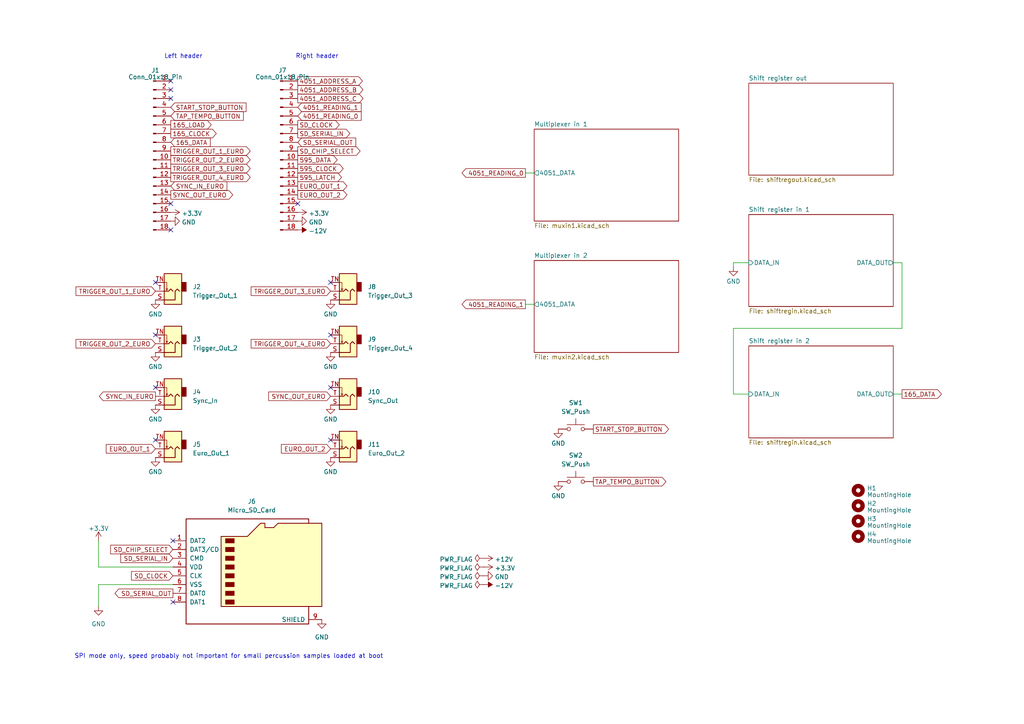
<source format=kicad_sch>
(kicad_sch (version 20230121) (generator eeschema)
  (paper "A4")
  (title_block (title "Drumkid") (rev "2.00"))
  (lib_symbols
    (symbol "Connector:Conn_01x18_Pin" (pin_names (offset 1.016) hide)
      (property "Reference" "J" (at 0 22.86 0))
      (property "Value" "Conn_01x18_Pin" (at 0 -25.4 0))
      (symbol "Conn_01x18_Pin_1_1"
        (polyline (pts (xy 1.27 -22.86) (xy 0.8636 -22.86)) (stroke (width 0.1524)))
        (polyline (pts (xy 1.27 -20.32) (xy 0.8636 -20.32)) (stroke (width 0.1524)))
        (polyline (pts (xy 1.27 -17.78) (xy 0.8636 -17.78)) (stroke (width 0.1524)))
        (polyline (pts (xy 1.27 -15.24) (xy 0.8636 -15.24)) (stroke (width 0.1524)))
        (polyline (pts (xy 1.27 -12.7) (xy 0.8636 -12.7)) (stroke (width 0.1524)))
        (polyline (pts (xy 1.27 -10.16) (xy 0.8636 -10.16)) (stroke (width 0.1524)))
        (polyline (pts (xy 1.27 -7.62) (xy 0.8636 -7.62)) (stroke (width 0.1524)))
        (polyline (pts (xy 1.27 -5.08) (xy 0.8636 -5.08)) (stroke (width 0.1524)))
        (polyline (pts (xy 1.27 -2.54) (xy 0.8636 -2.54)) (stroke (width 0.1524)))
        (polyline (pts (xy 1.27 0) (xy 0.8636 0)) (stroke (width 0.1524)))
        (polyline (pts (xy 1.27 2.54) (xy 0.8636 2.54)) (stroke (width 0.1524)))
        (polyline (pts (xy 1.27 5.08) (xy 0.8636 5.08)) (stroke (width 0.1524)))
        (polyline (pts (xy 1.27 7.62) (xy 0.8636 7.62)) (stroke (width 0.1524)))
        (polyline (pts (xy 1.27 10.16) (xy 0.8636 10.16)) (stroke (width 0.1524)))
        (polyline (pts (xy 1.27 12.7) (xy 0.8636 12.7)) (stroke (width 0.1524)))
        (polyline (pts (xy 1.27 15.24) (xy 0.8636 15.24)) (stroke (width 0.1524)))
        (polyline (pts (xy 1.27 17.78) (xy 0.8636 17.78)) (stroke (width 0.1524)))
        (polyline (pts (xy 1.27 20.32) (xy 0.8636 20.32)) (stroke (width 0.1524)))
        (rectangle (start 0.8636 -22.733) (end 0 -22.987) (stroke (width 0.1524)) (fill (type outline)))
        (rectangle (start 0.8636 -20.193) (end 0 -20.447) (stroke (width 0.1524)) (fill (type outline)))
        (rectangle (start 0.8636 -17.653) (end 0 -17.907) (stroke (width 0.1524)) (fill (type outline)))
        (rectangle (start 0.8636 -15.113) (end 0 -15.367) (stroke (width 0.1524)) (fill (type outline)))
        (rectangle (start 0.8636 -12.573) (end 0 -12.827) (stroke (width 0.1524)) (fill (type outline)))
        (rectangle (start 0.8636 -10.033) (end 0 -10.287) (stroke (width 0.1524)) (fill (type outline)))
        (rectangle (start 0.8636 -7.493) (end 0 -7.747) (stroke (width 0.1524)) (fill (type outline)))
        (rectangle (start 0.8636 -4.953) (end 0 -5.207) (stroke (width 0.1524)) (fill (type outline)))
        (rectangle (start 0.8636 -2.413) (end 0 -2.667) (stroke (width 0.1524)) (fill (type outline)))
        (rectangle (start 0.8636 0.127) (end 0 -0.127) (stroke (width 0.1524)) (fill (type outline)))
        (rectangle (start 0.8636 2.667) (end 0 2.413) (stroke (width 0.1524)) (fill (type outline)))
        (rectangle (start 0.8636 5.207) (end 0 4.953) (stroke (width 0.1524)) (fill (type outline)))
        (rectangle (start 0.8636 7.747) (end 0 7.493) (stroke (width 0.1524)) (fill (type outline)))
        (rectangle (start 0.8636 10.287) (end 0 10.033) (stroke (width 0.1524)) (fill (type outline)))
        (rectangle (start 0.8636 12.827) (end 0 12.573) (stroke (width 0.1524)) (fill (type outline)))
        (rectangle (start 0.8636 15.367) (end 0 15.113) (stroke (width 0.1524)) (fill (type outline)))
        (rectangle (start 0.8636 17.907) (end 0 17.653) (stroke (width 0.1524)) (fill (type outline)))
        (rectangle (start 0.8636 20.447) (end 0 20.193) (stroke (width 0.1524)) (fill (type outline)))
        (pin passive line (at 5.08 20.32 180) (length 3.81) (name "Pin_1") (number "1"))
        (pin passive line (at 5.08 -2.54 180) (length 3.81) (name "Pin_10") (number "10"))
        (pin passive line (at 5.08 -5.08 180) (length 3.81) (name "Pin_11") (number "11"))
        (pin passive line (at 5.08 -7.62 180) (length 3.81) (name "Pin_12") (number "12"))
        (pin passive line (at 5.08 -10.16 180) (length 3.81) (name "Pin_13") (number "13"))
        (pin passive line (at 5.08 -12.7 180) (length 3.81) (name "Pin_14") (number "14"))
        (pin passive line (at 5.08 -15.24 180) (length 3.81) (name "Pin_15") (number "15"))
        (pin passive line (at 5.08 -17.78 180) (length 3.81) (name "Pin_16") (number "16"))
        (pin passive line (at 5.08 -20.32 180) (length 3.81) (name "Pin_17") (number "17"))
        (pin passive line (at 5.08 -22.86 180) (length 3.81) (name "Pin_18") (number "18"))
        (pin passive line (at 5.08 17.78 180) (length 3.81) (name "Pin_2") (number "2"))
        (pin passive line (at 5.08 15.24 180) (length 3.81) (name "Pin_3") (number "3"))
        (pin passive line (at 5.08 12.7 180) (length 3.81) (name "Pin_4") (number "4"))
        (pin passive line (at 5.08 10.16 180) (length 3.81) (name "Pin_5") (number "5"))
        (pin passive line (at 5.08 7.62 180) (length 3.81) (name "Pin_6") (number "6"))
        (pin passive line (at 5.08 5.08 180) (length 3.81) (name "Pin_7") (number "7"))
        (pin passive line (at 5.08 2.54 180) (length 3.81) (name "Pin_8") (number "8"))
        (pin passive line (at 5.08 0 180) (length 3.81) (name "Pin_9") (number "9"))
      )
    )
    (symbol "Connector:Micro_SD_Card" (pin_names (offset 1.016))
      (property "Reference" "J" (at -16.51 15.24 0))
      (property "Value" "Micro_SD_Card" (at 16.51 15.24 0))
      (symbol "Micro_SD_Card_0_1"
        (rectangle (start -7.62 -9.525) (end -5.08 -10.795) (fill (type outline)))
        (rectangle (start -7.62 -6.985) (end -5.08 -8.255) (fill (type outline)))
        (rectangle (start -7.62 -4.445) (end -5.08 -5.715) (fill (type outline)))
        (rectangle (start -7.62 -1.905) (end -5.08 -3.175) (fill (type outline)))
        (rectangle (start -7.62 0.635) (end -5.08 -0.635) (fill (type outline)))
        (rectangle (start -7.62 3.175) (end -5.08 1.905) (fill (type outline)))
        (rectangle (start -7.62 5.715) (end -5.08 4.445) (fill (type outline)))
        (rectangle (start -7.62 8.255) (end -5.08 6.985) (fill (type outline)))
        (polyline (pts (xy 16.51 12.7) (xy 16.51 13.97) (xy -19.05 13.97) (xy -19.05 -16.51) (xy 16.51 -16.51) (xy 16.51 -11.43)) (stroke (width 0.254)))
        (polyline (pts (xy -8.89 -11.43) (xy -8.89 8.89) (xy -1.27 8.89) (xy 2.54 12.7) (xy 3.81 12.7) (xy 3.81 11.43) (xy 6.35 11.43) (xy 7.62 12.7) (xy 20.32 12.7) (xy 20.32 -11.43) (xy -8.89 -11.43)) (stroke (width 0.254)) (fill (type background)))
      )
      (symbol "Micro_SD_Card_1_1"
        (pin bidirectional line (at -22.86 7.62 0) (length 3.81) (name "DAT2") (number "1"))
        (pin bidirectional line (at -22.86 5.08 0) (length 3.81) (name "DAT3/CD") (number "2"))
        (pin input line (at -22.86 2.54 0) (length 3.81) (name "CMD") (number "3"))
        (pin power_in line (at -22.86 0 0) (length 3.81) (name "VDD") (number "4"))
        (pin input line (at -22.86 -2.54 0) (length 3.81) (name "CLK") (number "5"))
        (pin power_in line (at -22.86 -5.08 0) (length 3.81) (name "VSS") (number "6"))
        (pin bidirectional line (at -22.86 -7.62 0) (length 3.81) (name "DAT0") (number "7"))
        (pin bidirectional line (at -22.86 -10.16 0) (length 3.81) (name "DAT1") (number "8"))
        (pin passive line (at 20.32 -15.24 180) (length 3.81) (name "SHIELD") (number "9"))
      )
    )
    (symbol "Connector_Audio:AudioJack2_SwitchT"
      (property "Reference" "J" (at 0 8.89 0))
      (property "Value" "AudioJack2_SwitchT" (at 0 6.35 0))
      (symbol "AudioJack2_SwitchT_0_1"
        (rectangle (start -2.54 0) (end -3.81 -2.54) (stroke (width 0.254)) (fill (type outline)))
        (polyline (pts (xy 1.778 -0.254) (xy 2.032 -0.762)))
        (polyline (pts (xy 0 0) (xy 0.635 -0.635) (xy 1.27 0) (xy 2.54 0)) (stroke (width 0.254)))
        (polyline (pts (xy 2.54 -2.54) (xy 1.778 -2.54) (xy 1.778 -0.254) (xy 1.524 -0.762)))
        (polyline (pts (xy 2.54 2.54) (xy -0.635 2.54) (xy -0.635 0) (xy -1.27 -0.635) (xy -1.905 0)) (stroke (width 0.254)))
        (rectangle (start 2.54 3.81) (end -2.54 -5.08) (stroke (width 0.254)) (fill (type background)))
      )
      (symbol "AudioJack2_SwitchT_1_1"
        (pin passive line (at 5.08 2.54 180) (length 2.54) (name "~") (number "S"))
        (pin passive line (at 5.08 0 180) (length 2.54) (name "~") (number "T"))
        (pin passive line (at 5.08 -2.54 180) (length 2.54) (name "~") (number "TN"))
      )
    )
    (symbol "Mechanical:MountingHole" (pin_names (offset 1.016))
      (property "Reference" "H" (at 0 5.08 0))
      (property "Value" "MountingHole" (at 0 3.175 0))
      (symbol "MountingHole_0_1"
        (circle (center 0 0) (radius 1.27) (stroke (width 1.27)))
      )
    )
    (symbol "Switch:SW_Push" (pin_numbers hide) (pin_names (offset 1.016) hide)
      (property "Reference" "SW" (at 1.27 2.54 0))
      (property "Value" "SW_Push" (at 0 -1.524 0))
      (symbol "SW_Push_0_1"
        (circle (center -2.032 0) (radius 0.508))
        (polyline (pts (xy 0 1.27) (xy 0 3.048)))
        (polyline (pts (xy 2.54 1.27) (xy -2.54 1.27)))
        (circle (center 2.032 0) (radius 0.508))
        (pin passive line (at -5.08 0 0) (length 2.54) (name "1") (number "1"))
        (pin passive line (at 5.08 0 180) (length 2.54) (name "2") (number "2"))
      )
    )
    (symbol "power:+12V" (power) (pin_names (offset 0))
      (property "Value" "+12V" (at 0 3.556 0))
      (symbol "+12V_0_1"
        (polyline (pts (xy -0.762 1.27) (xy 0 2.54)))
        (polyline (pts (xy 0 0) (xy 0 2.54)))
        (polyline (pts (xy 0 2.54) (xy 0.762 1.27)))
      )
      (symbol "+12V_1_1"
        (pin power_in line (at 0 0 90) (length 0) hide (name "+12V") (number "1"))
      )
    )
    (symbol "power:+3.3V" (power) (pin_names (offset 0))
      (property "Value" "+3.3V" (at 0 3.556 0))
      (symbol "+3.3V_0_1"
        (polyline (pts (xy -0.762 1.27) (xy 0 2.54)))
        (polyline (pts (xy 0 0) (xy 0 2.54)))
        (polyline (pts (xy 0 2.54) (xy 0.762 1.27)))
      )
      (symbol "+3.3V_1_1"
        (pin power_in line (at 0 0 90) (length 0) hide (name "+3.3V") (number "1"))
      )
    )
    (symbol "power:-12V" (power) (pin_names (offset 0))
      (property "Value" "-12V" (at 0 3.81 0))
      (symbol "-12V_0_0"
        (pin power_in line (at 0 0 90) (length 0) hide (name "-12V") (number "1"))
      )
      (symbol "-12V_0_1"
        (polyline (pts (xy 0 0) (xy 0 1.27) (xy 0.762 1.27) (xy 0 2.54) (xy -0.762 1.27) (xy 0 1.27)) (fill (type outline)))
      )
    )
    (symbol "power:GND" (power) (pin_names (offset 0))
      (property "Value" "GND" (at 0 -3.81 0))
      (symbol "GND_0_1"
        (polyline (pts (xy 0 0) (xy 0 -1.27) (xy 1.27 -1.27) (xy 0 -2.54) (xy -1.27 -1.27) (xy 0 -1.27)))
      )
      (symbol "GND_1_1"
        (pin power_in line (at 0 0 270) (length 0) hide (name "GND") (number "1"))
      )
    )
    (symbol "power:PWR_FLAG" (power) (pin_numbers hide) (pin_names (offset 0) hide)
      (property "Value" "PWR_FLAG" (at 0 3.81 0))
      (symbol "PWR_FLAG_0_0"
        (pin power_out line (at 0 0 90) (length 0) (name "pwr") (number "1"))
      )
      (symbol "PWR_FLAG_0_1"
        (polyline (pts (xy 0 0) (xy 0 1.27) (xy -1.016 1.905) (xy 0 2.54) (xy 1.016 1.905) (xy 0 1.27)))
      )
    )
  )
  (no_connect (at 49.53 28.575))
  (no_connect (at 49.53 66.675))
  (no_connect (at 86.36 59.055))
  (no_connect (at 49.53 59.055))
  (no_connect (at 95.885 81.915))
  (no_connect (at 45.085 127.635))
  (no_connect (at 95.885 97.155))
  (no_connect (at 95.885 127.635))
  (no_connect (at 50.165 174.625))
  (no_connect (at 50.165 156.845))
  (no_connect (at 45.085 81.915))
  (no_connect (at 95.885 112.395))
  (no_connect (at 45.085 97.155))
  (no_connect (at 45.085 112.395))
  (no_connect (at 49.53 23.495))
  (no_connect (at 49.53 26.035))
  (wire (pts (xy 152.4 88.265) (xy 154.94 88.265)))
  (wire (pts (xy 261.62 76.2) (xy 261.62 95.25)))
  (wire (pts (xy 212.725 114.3) (xy 217.17 114.3)))
  (wire (pts (xy 50.165 169.545) (xy 28.575 169.545)))
  (wire (pts (xy 28.575 164.465) (xy 50.165 164.465)))
  (wire (pts (xy 212.725 77.47) (xy 212.725 76.2)))
  (wire (pts (xy 28.575 169.545) (xy 28.575 175.895)))
  (wire (pts (xy 259.08 76.2) (xy 261.62 76.2)))
  (wire (pts (xy 261.62 95.25) (xy 212.725 95.25)))
  (wire (pts (xy 212.725 95.25) (xy 212.725 114.3)))
  (wire (pts (xy 28.575 156.845) (xy 28.575 164.465)))
  (wire (pts (xy 152.4 50.165) (xy 154.94 50.165)))
  (wire (pts (xy 212.725 76.2) (xy 217.17 76.2)))
  (wire (pts (xy 259.08 114.3) (xy 261.62 114.3)))
  (text "Right header" (at 85.725 17.145 0) (effects (font (size 1.27 1.27)) (justify left bottom)))
  (text "Left header" (at 47.625 17.145 0) (effects (font (size 1.27 1.27)) (justify left bottom)))
  (text "SPI mode only, speed probably not important for small percussion samples loaded at boot" (at 21.59 191.135 0) (effects (font (size 1.27 1.27)) (justify left bottom)))
  (global_label "4051_ADDRESS_C" (shape output) (at 86.36 28.575 0) (property "Intersheetrefs" "${INTERSHEET_REFS}" (effects hide)))
  (global_label "165_DATA" (shape output) (at 261.62 114.3 0) (property "Intersheetrefs" "${INTERSHEET_REFS}" (effects hide)))
  (global_label "SD_CHIP_SELECT" (shape input) (at 50.165 159.385 180) (property "Intersheetrefs" "${INTERSHEET_REFS}" (effects hide)))
  (global_label "EURO_OUT_1" (shape input) (at 45.085 130.175 180) (property "Intersheetrefs" "${INTERSHEET_REFS}" (effects hide)))
  (global_label "TRIGGER_OUT_3_EURO" (shape output) (at 49.53 48.895 0) (property "Intersheetrefs" "${INTERSHEET_REFS}" (effects hide)))
  (global_label "4051_ADDRESS_A" (shape output) (at 86.36 23.495 0) (property "Intersheetrefs" "${INTERSHEET_REFS}" (effects hide)))
  (global_label "EURO_OUT_2" (shape input) (at 95.885 130.175 180) (property "Intersheetrefs" "${INTERSHEET_REFS}" (effects hide)))
  (global_label "SD_SERIAL_IN" (shape input) (at 50.165 161.925 180) (property "Intersheetrefs" "${INTERSHEET_REFS}" (effects hide)))
  (global_label "TRIGGER_OUT_2_EURO" (shape input) (at 45.085 99.695 180) (property "Intersheetrefs" "${INTERSHEET_REFS}" (effects hide)))
  (global_label "165_LOAD" (shape output) (at 49.53 36.195 0) (property "Intersheetrefs" "${INTERSHEET_REFS}" (effects hide)))
  (global_label "4051_READING_1" (shape input) (at 86.36 31.115 0) (property "Intersheetrefs" "${INTERSHEET_REFS}" (effects hide)))
  (global_label "SD_SERIAL_IN" (shape output) (at 86.36 38.735 0) (property "Intersheetrefs" "${INTERSHEET_REFS}" (effects hide)))
  (global_label "165_DATA" (shape input) (at 49.53 41.275 0) (property "Intersheetrefs" "${INTERSHEET_REFS}" (effects hide)))
  (global_label "TRIGGER_OUT_1_EURO" (shape output) (at 49.53 43.815 0) (property "Intersheetrefs" "${INTERSHEET_REFS}" (effects hide)))
  (global_label "START_STOP_BUTTON" (shape output) (at 172.085 124.46 0) (property "Intersheetrefs" "${INTERSHEET_REFS}" (effects hide)))
  (global_label "SYNC_OUT_EURO" (shape output) (at 49.53 56.515 0) (property "Intersheetrefs" "${INTERSHEET_REFS}" (effects hide)))
  (global_label "595_LATCH" (shape output) (at 86.36 51.435 0) (property "Intersheetrefs" "${INTERSHEET_REFS}" (effects hide)))
  (global_label "TRIGGER_OUT_2_EURO" (shape output) (at 49.53 46.355 0) (property "Intersheetrefs" "${INTERSHEET_REFS}" (effects hide)))
  (global_label "TRIGGER_OUT_4_EURO" (shape input) (at 95.885 99.695 180) (property "Intersheetrefs" "${INTERSHEET_REFS}" (effects hide)))
  (global_label "SYNC_IN_EURO" (shape output) (at 45.085 114.935 180) (property "Intersheetrefs" "${INTERSHEET_REFS}" (effects hide)))
  (global_label "4051_READING_0" (shape input) (at 86.36 33.655 0) (property "Intersheetrefs" "${INTERSHEET_REFS}" (effects hide)))
  (global_label "SD_SERIAL_OUT" (shape output) (at 50.165 172.085 180) (property "Intersheetrefs" "${INTERSHEET_REFS}" (effects hide)))
  (global_label "TRIGGER_OUT_4_EURO" (shape output) (at 49.53 51.435 0) (property "Intersheetrefs" "${INTERSHEET_REFS}" (effects hide)))
  (global_label "SYNC_OUT_EURO" (shape input) (at 95.885 114.935 180) (property "Intersheetrefs" "${INTERSHEET_REFS}" (effects hide)))
  (global_label "START_STOP_BUTTON" (shape input) (at 49.53 31.115 0) (property "Intersheetrefs" "${INTERSHEET_REFS}" (effects hide)))
  (global_label "TRIGGER_OUT_1_EURO" (shape input) (at 45.085 84.455 180) (property "Intersheetrefs" "${INTERSHEET_REFS}" (effects hide)))
  (global_label "EURO_OUT_2" (shape output) (at 86.36 56.515 0) (property "Intersheetrefs" "${INTERSHEET_REFS}" (effects hide)))
  (global_label "TAP_TEMPO_BUTTON" (shape input) (at 49.53 33.655 0) (property "Intersheetrefs" "${INTERSHEET_REFS}" (effects hide)))
  (global_label "595_DATA" (shape output) (at 86.36 46.355 0) (property "Intersheetrefs" "${INTERSHEET_REFS}" (effects hide)))
  (global_label "SD_CHIP_SELECT" (shape output) (at 86.36 43.815 0) (property "Intersheetrefs" "${INTERSHEET_REFS}" (effects hide)))
  (global_label "TRIGGER_OUT_3_EURO" (shape input) (at 95.885 84.455 180) (property "Intersheetrefs" "${INTERSHEET_REFS}" (effects hide)))
  (global_label "SD_SERIAL_OUT" (shape input) (at 86.36 41.275 0) (property "Intersheetrefs" "${INTERSHEET_REFS}" (effects hide)))
  (global_label "165_CLOCK" (shape output) (at 49.53 38.735 0) (property "Intersheetrefs" "${INTERSHEET_REFS}" (effects hide)))
  (global_label "4051_READING_1" (shape output) (at 152.4 88.265 180) (property "Intersheetrefs" "${INTERSHEET_REFS}" (effects hide)))
  (global_label "TAP_TEMPO_BUTTON" (shape output) (at 172.085 139.7 0) (property "Intersheetrefs" "${INTERSHEET_REFS}" (effects hide)))
  (global_label "SYNC_IN_EURO" (shape input) (at 49.53 53.975 0) (property "Intersheetrefs" "${INTERSHEET_REFS}" (effects hide)))
  (global_label "595_CLOCK" (shape output) (at 86.36 48.895 0) (property "Intersheetrefs" "${INTERSHEET_REFS}" (effects hide)))
  (global_label "4051_READING_0" (shape output) (at 152.4 50.165 180) (property "Intersheetrefs" "${INTERSHEET_REFS}" (effects hide)))
  (global_label "SD_CLOCK" (shape output) (at 86.36 36.195 0) (property "Intersheetrefs" "${INTERSHEET_REFS}" (effects hide)))
  (global_label "SD_CLOCK" (shape input) (at 50.165 167.005 180) (property "Intersheetrefs" "${INTERSHEET_REFS}" (effects hide)))
  (global_label "4051_ADDRESS_B" (shape output) (at 86.36 26.035 0) (property "Intersheetrefs" "${INTERSHEET_REFS}" (effects hide)))
  (global_label "EURO_OUT_1" (shape output) (at 86.36 53.975 0) (property "Intersheetrefs" "${INTERSHEET_REFS}" (effects hide)))
  (symbol (lib_id "power:GND") (at 45.085 102.235 0) (unit 1)
    (property "Reference" "#PWR04" (effects hide))
    (property "Value" "GND" (at 45.085 106.3705 0))
  )
  (symbol (lib_id "Connector_Audio:AudioJack2_SwitchT") (at 50.165 114.935 180) (unit 1)
    (property "Reference" "J4" (at 55.88 113.665 0) (effects (justify right)))
    (property "Value" "Sync_In" (at 55.88 116.205 0) (effects (justify right)))
    (property "Footprint" "AudioJacks:Jack_3.5mm_QingPu_WQP-PJ398SM_Vertical" (effects hide))
  )
  (symbol (lib_id "power:GND") (at 95.885 132.715 0) (unit 1)
    (property "Reference" "#PWR019" (effects hide))
    (property "Value" "GND" (at 95.885 136.8505 0))
  )
  (symbol (lib_id "Connector_Audio:AudioJack2_SwitchT") (at 50.165 130.175 180) (unit 1)
    (property "Reference" "J5" (at 55.88 128.905 0) (effects (justify right)))
    (property "Value" "Euro_Out_1" (at 55.88 131.445 0) (effects (justify right)))
    (property "Footprint" "AudioJacks:Jack_3.5mm_QingPu_WQP-PJ398SM_Vertical" (effects hide))
  )
  (symbol (lib_id "power:PWR_FLAG") (at 140.335 161.925 90) (unit 1)
    (property "Reference" "#FLG01" (effects hide))
    (property "Value" "PWR_FLAG" (at 137.1601 162.2418 90) (effects (justify left)))
  )
  (symbol (lib_id "power:GND") (at 140.335 167.005 90) (unit 1)
    (property "Reference" "#PWR058" (effects hide))
    (property "Value" "GND" (at 143.51 167.3218 90) (effects (justify right)))
  )
  (symbol (lib_id "power:GND") (at 161.925 139.7 0) (unit 1)
    (property "Reference" "#PWR021" (effects hide))
    (property "Value" "GND" (at 161.925 143.8355 0))
  )
  (symbol (lib_id "power:GND") (at 28.575 175.895 0) (unit 1)
    (property "Reference" "#PWR02" (effects hide))
    (property "Value" "GND" (at 28.575 180.975 0))
  )
  (symbol (lib_id "Connector_Audio:AudioJack2_SwitchT") (at 100.965 99.695 180) (unit 1)
    (property "Reference" "J9" (at 106.68 98.425 0) (effects (justify right)))
    (property "Value" "Trigger_Out_4" (at 106.68 100.965 0) (effects (justify right)))
    (property "Footprint" "AudioJacks:Jack_3.5mm_QingPu_WQP-PJ398SM_Vertical" (effects hide))
  )
  (symbol (lib_id "power:-12V") (at 86.36 66.675 270) (unit 1)
    (property "Reference" "#PWR014" (effects hide))
    (property "Value" "-12V" (at 89.535 66.9918 90) (effects (justify left)))
  )
  (symbol (lib_id "Connector_Audio:AudioJack2_SwitchT") (at 100.965 114.935 180) (unit 1)
    (property "Reference" "J10" (at 106.68 113.665 0) (effects (justify right)))
    (property "Value" "Sync_Out" (at 106.68 116.205 0) (effects (justify right)))
    (property "Footprint" "AudioJacks:Jack_3.5mm_QingPu_WQP-PJ398SM_Vertical" (effects hide))
  )
  (symbol (lib_id "power:GND") (at 212.725 77.47 0) (unit 1)
    (property "Reference" "#PWR022" (effects hide))
    (property "Value" "GND" (at 212.725 81.6055 0))
  )
  (symbol (lib_id "Connector_Audio:AudioJack2_SwitchT") (at 100.965 84.455 180) (unit 1)
    (property "Reference" "J8" (at 106.68 83.185 0) (effects (justify right)))
    (property "Value" "Trigger_Out_3" (at 106.68 85.725 0) (effects (justify right)))
    (property "Footprint" "AudioJacks:Jack_3.5mm_QingPu_WQP-PJ398SM_Vertical" (effects hide))
  )
  (symbol (lib_id "Switch:SW_Push") (at 167.005 124.46 0) (unit 1)
    (property "Reference" "SW1" (at 167.005 116.84 0))
    (property "Value" "SW_Push" (at 167.005 119.38 0))
    (property "Footprint" "Button_Switch_THT:SW_PUSH-12mm" (effects hide))
  )
  (symbol (lib_id "Mechanical:MountingHole") (at 248.92 151.13 0) (unit 1)
    (property "Reference" "H3" (at 251.46 150.4863 0) (effects (justify left)))
    (property "Value" "MountingHole" (at 251.46 152.4073 0) (effects (justify left)))
    (property "Footprint" "MountingHole:MountingHole_3.2mm_M3" (effects hide))
  )
  (symbol (lib_id "power:GND") (at 161.925 124.46 0) (unit 1)
    (property "Reference" "#PWR020" (effects hide))
    (property "Value" "GND" (at 161.925 128.5955 0))
  )
  (symbol (lib_id "power:+3.3V") (at 140.335 164.465 270) (unit 1)
    (property "Reference" "#PWR057" (effects hide))
    (property "Value" "+3.3V" (at 143.51 164.7818 90) (effects (justify left)))
  )
  (symbol (lib_id "power:+3.3V") (at 49.53 61.595 270) (unit 1)
    (property "Reference" "#PWR08" (effects hide))
    (property "Value" "+3.3V" (at 52.705 61.9118 90) (effects (justify left)))
  )
  (symbol (lib_id "power:GND") (at 45.085 132.715 0) (unit 1)
    (property "Reference" "#PWR06" (effects hide))
    (property "Value" "GND" (at 45.085 136.8505 0))
  )
  (symbol (lib_id "power:+3.3V") (at 28.575 156.845 0) (unit 1)
    (property "Reference" "#PWR01" (effects hide))
    (property "Value" "+3.3V" (at 28.575 153.289 0))
  )
  (symbol (lib_id "power:+3.3V") (at 86.36 61.595 270) (unit 1)
    (property "Reference" "#PWR012" (effects hide))
    (property "Value" "+3.3V" (at 89.535 61.9118 90) (effects (justify left)))
  )
  (symbol (lib_id "Switch:SW_Push") (at 167.005 139.7 0) (unit 1)
    (property "Reference" "SW2" (at 167.005 132.08 0))
    (property "Value" "SW_Push" (at 167.005 134.62 0))
    (property "Footprint" "Button_Switch_THT:SW_PUSH-12mm" (effects hide))
  )
  (symbol (lib_id "Connector:Conn_01x18_Pin") (at 44.45 43.815 0) (unit 1)
    (property "Reference" "J1" (at 45.085 20.4089 0))
    (property "Value" "Conn_01x18_Pin" (at 45.085 22.3299 0))
    (property "Footprint" "Connector_PinHeader_2.54mm:PinHeader_1x18_P2.54mm_Vertical" (effects hide))
  )
  (symbol (lib_id "power:GND") (at 95.885 102.235 0) (unit 1)
    (property "Reference" "#PWR017" (effects hide))
    (property "Value" "GND" (at 95.885 106.3705 0))
  )
  (symbol (lib_id "power:+12V") (at 140.335 161.925 270) (unit 1)
    (property "Reference" "#PWR056" (effects hide))
    (property "Value" "+12V" (at 143.51 162.2418 90) (effects (justify left)))
  )
  (symbol (lib_id "Mechanical:MountingHole") (at 248.92 155.575 0) (unit 1)
    (property "Reference" "H4" (at 251.46 154.9313 0) (effects (justify left)))
    (property "Value" "MountingHole" (at 251.46 156.8523 0) (effects (justify left)))
    (property "Footprint" "MountingHole:MountingHole_3.2mm_M3" (effects hide))
  )
  (symbol (lib_id "power:GND") (at 86.36 64.135 90) (unit 1)
    (property "Reference" "#PWR013" (effects hide))
    (property "Value" "GND" (at 89.535 64.4518 90) (effects (justify right)))
  )
  (symbol (lib_id "power:GND") (at 45.085 117.475 0) (unit 1)
    (property "Reference" "#PWR05" (effects hide))
    (property "Value" "GND" (at 45.085 121.6105 0))
  )
  (symbol (lib_id "Mechanical:MountingHole") (at 248.92 142.24 0) (unit 1)
    (property "Reference" "H1" (at 251.46 141.5963 0) (effects (justify left)))
    (property "Value" "MountingHole" (at 251.46 143.5173 0) (effects (justify left)))
    (property "Footprint" "MountingHole:MountingHole_3.2mm_M3" (effects hide))
  )
  (symbol (lib_id "power:PWR_FLAG") (at 140.335 169.545 90) (unit 1)
    (property "Reference" "#FLG04" (effects hide))
    (property "Value" "PWR_FLAG" (at 137.1601 169.8618 90) (effects (justify left)))
  )
  (symbol (lib_id "power:-12V") (at 140.335 169.545 270) (unit 1)
    (property "Reference" "#PWR059" (effects hide))
    (property "Value" "-12V" (at 143.51 169.8618 90) (effects (justify left)))
  )
  (symbol (lib_id "Connector_Audio:AudioJack2_SwitchT") (at 100.965 130.175 180) (unit 1)
    (property "Reference" "J11" (at 106.68 128.905 0) (effects (justify right)))
    (property "Value" "Euro_Out_2" (at 106.68 131.445 0) (effects (justify right)))
    (property "Footprint" "AudioJacks:Jack_3.5mm_QingPu_WQP-PJ398SM_Vertical" (effects hide))
  )
  (symbol (lib_id "Mechanical:MountingHole") (at 248.92 146.685 0) (unit 1)
    (property "Reference" "H2" (at 251.46 146.0413 0) (effects (justify left)))
    (property "Value" "MountingHole" (at 251.46 147.9623 0) (effects (justify left)))
    (property "Footprint" "MountingHole:MountingHole_3.2mm_M3" (effects hide))
  )
  (symbol (lib_id "power:GND") (at 45.085 86.995 0) (unit 1)
    (property "Reference" "#PWR03" (effects hide))
    (property "Value" "GND" (at 45.085 91.1305 0))
  )
  (symbol (lib_id "power:PWR_FLAG") (at 140.335 167.005 90) (unit 1)
    (property "Reference" "#FLG03" (effects hide))
    (property "Value" "PWR_FLAG" (at 137.1601 167.3218 90) (effects (justify left)))
  )
  (symbol (lib_id "power:GND") (at 49.53 64.135 90) (unit 1)
    (property "Reference" "#PWR09" (effects hide))
    (property "Value" "GND" (at 52.705 64.4518 90) (effects (justify right)))
  )
  (symbol (lib_id "Connector_Audio:AudioJack2_SwitchT") (at 50.165 84.455 180) (unit 1)
    (property "Reference" "J2" (at 55.88 83.185 0) (effects (justify right)))
    (property "Value" "Trigger_Out_1" (at 55.88 85.725 0) (effects (justify right)))
    (property "Footprint" "AudioJacks:Jack_3.5mm_QingPu_WQP-PJ398SM_Vertical" (effects hide))
  )
  (symbol (lib_id "Connector_Audio:AudioJack2_SwitchT") (at 50.165 99.695 180) (unit 1)
    (property "Reference" "J3" (at 55.88 98.425 0) (effects (justify right)))
    (property "Value" "Trigger_Out_2" (at 55.88 100.965 0) (effects (justify right)))
    (property "Footprint" "AudioJacks:Jack_3.5mm_QingPu_WQP-PJ398SM_Vertical" (effects hide))
  )
  (symbol (lib_id "power:GND") (at 93.345 179.705 0) (unit 1)
    (property "Reference" "#PWR015" (effects hide))
    (property "Value" "GND" (at 93.345 184.785 0))
  )
  (symbol (lib_id "power:PWR_FLAG") (at 140.335 164.465 90) (unit 1)
    (property "Reference" "#FLG02" (effects hide))
    (property "Value" "PWR_FLAG" (at 137.1601 164.7818 90) (effects (justify left)))
  )
  (symbol (lib_id "power:GND") (at 95.885 86.995 0) (unit 1)
    (property "Reference" "#PWR016" (effects hide))
    (property "Value" "GND" (at 95.885 91.1305 0))
  )
  (symbol (lib_id "Connector:Conn_01x18_Pin") (at 81.28 43.815 0) (unit 1)
    (property "Reference" "J7" (at 81.915 20.4089 0))
    (property "Value" "Conn_01x18_Pin" (at 81.915 22.3299 0))
    (property "Footprint" "Connector_PinHeader_2.54mm:PinHeader_1x18_P2.54mm_Vertical" (effects hide))
  )
  (symbol (lib_id "power:GND") (at 95.885 117.475 0) (unit 1)
    (property "Reference" "#PWR018" (effects hide))
    (property "Value" "GND" (at 95.885 121.6105 0))
  )
  (symbol (lib_id "Connector:Micro_SD_Card") (at 73.025 164.465 0) (unit 1)
    (property "Reference" "J6" (at 73.025 145.4181 0))
    (property "Value" "Micro_SD_Card" (at 73.025 147.955 0))
    (property "Footprint" "misc:YAMAICHI_MICROSD_VERTICAL" (effects hide))
    (property "Datasheet" "http://katalog.we-online.de/em/datasheet/693072010801.pdf" (effects hide))
  )
  (sheet (at 217.17 100.33) (size 41.91 26.67) (stroke (width 0.1524))
    (property "Sheetname" "Shift register in 2" (at 217.17 99.6184 0) (effects (justify left bottom)))
    (property "Sheetfile" "shiftregin.kicad_sch" (at 217.17 127.5846 0) (effects (justify left top)))
    (pin "DATA_OUT" output (at 259.08 114.3 0))
    (pin "DATA_IN" input (at 217.17 114.3 180))
  )
  (sheet (at 154.94 37.465) (size 41.91 26.67) (stroke (width 0.1524))
    (property "Sheetname" "Multiplexer in 1" (at 154.94 36.7534 0) (effects (justify left bottom)))
    (property "Sheetfile" "muxin1.kicad_sch" (at 154.94 64.7196 0) (effects (justify left top)))
    (pin "4051_DATA" output (at 154.94 50.165 180))
  )
  (sheet (at 217.17 62.23) (size 41.91 26.67) (stroke (width 0.1524))
    (property "Sheetname" "Shift register in 1" (at 217.17 61.5184 0) (effects (justify left bottom)))
    (property "Sheetfile" "shiftregin.kicad_sch" (at 217.17 89.4846 0) (effects (justify left top)))
    (pin "DATA_OUT" output (at 259.08 76.2 0))
    (pin "DATA_IN" input (at 217.17 76.2 180))
  )
  (sheet (at 154.94 75.565) (size 41.91 26.67) (stroke (width 0.1524))
    (property "Sheetname" "Multiplexer in 2" (at 154.94 74.8534 0) (effects (justify left bottom)))
    (property "Sheetfile" "muxin2.kicad_sch" (at 154.94 102.8196 0) (effects (justify left top)))
    (pin "4051_DATA" output (at 154.94 88.265 180))
  )
  (sheet (at 217.17 24.13) (size 41.91 26.67) (stroke (width 0.1524))
    (property "Sheetname" "Shift register out" (at 217.17 23.4184 0) (effects (justify left bottom)))
    (property "Sheetfile" "shiftregout.kicad_sch" (at 217.17 51.3846 0) (effects (justify left top)))
  )
)
</source>
